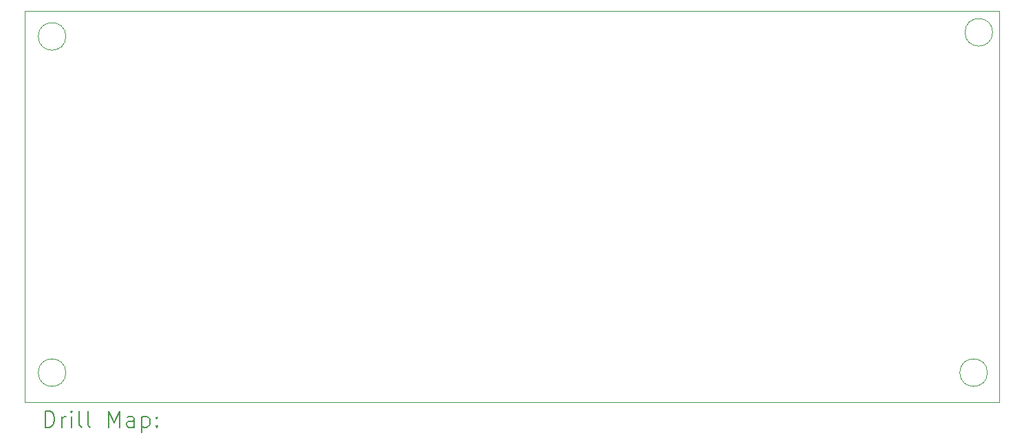
<source format=gbr>
%TF.GenerationSoftware,KiCad,Pcbnew,6.0.10-2.fc37*%
%TF.CreationDate,2023-02-05T13:59:22+01:00*%
%TF.ProjectId,Full schematic,46756c6c-2073-4636-9865-6d617469632e,rev?*%
%TF.SameCoordinates,Original*%
%TF.FileFunction,Drillmap*%
%TF.FilePolarity,Positive*%
%FSLAX45Y45*%
G04 Gerber Fmt 4.5, Leading zero omitted, Abs format (unit mm)*
G04 Created by KiCad (PCBNEW 6.0.10-2.fc37) date 2023-02-05 13:59:22*
%MOMM*%
%LPD*%
G01*
G04 APERTURE LIST*
%ADD10C,0.050000*%
%ADD11C,0.200000*%
G04 APERTURE END LIST*
D10*
X2451100Y-2159000D02*
G75*
G03*
X2451100Y-2159000I-170000J0D01*
G01*
X1943100Y-1841500D02*
X13944600Y-1841500D01*
X13944600Y-1841500D02*
X13944600Y-6667500D01*
X13944600Y-6667500D02*
X1943100Y-6667500D01*
X1943100Y-6667500D02*
X1943100Y-1841500D01*
X13797100Y-6307000D02*
G75*
G03*
X13797100Y-6307000I-170000J0D01*
G01*
X2451100Y-6307000D02*
G75*
G03*
X2451100Y-6307000I-170000J0D01*
G01*
X13860600Y-2108200D02*
G75*
G03*
X13860600Y-2108200I-170000J0D01*
G01*
D11*
X2198219Y-6980476D02*
X2198219Y-6780476D01*
X2245838Y-6780476D01*
X2274410Y-6790000D01*
X2293457Y-6809048D01*
X2302981Y-6828095D01*
X2312505Y-6866190D01*
X2312505Y-6894762D01*
X2302981Y-6932857D01*
X2293457Y-6951905D01*
X2274410Y-6970952D01*
X2245838Y-6980476D01*
X2198219Y-6980476D01*
X2398219Y-6980476D02*
X2398219Y-6847143D01*
X2398219Y-6885238D02*
X2407743Y-6866190D01*
X2417267Y-6856667D01*
X2436314Y-6847143D01*
X2455362Y-6847143D01*
X2522029Y-6980476D02*
X2522029Y-6847143D01*
X2522029Y-6780476D02*
X2512505Y-6790000D01*
X2522029Y-6799524D01*
X2531552Y-6790000D01*
X2522029Y-6780476D01*
X2522029Y-6799524D01*
X2645838Y-6980476D02*
X2626790Y-6970952D01*
X2617267Y-6951905D01*
X2617267Y-6780476D01*
X2750600Y-6980476D02*
X2731552Y-6970952D01*
X2722029Y-6951905D01*
X2722029Y-6780476D01*
X2979171Y-6980476D02*
X2979171Y-6780476D01*
X3045838Y-6923333D01*
X3112505Y-6780476D01*
X3112505Y-6980476D01*
X3293457Y-6980476D02*
X3293457Y-6875714D01*
X3283933Y-6856667D01*
X3264886Y-6847143D01*
X3226790Y-6847143D01*
X3207743Y-6856667D01*
X3293457Y-6970952D02*
X3274409Y-6980476D01*
X3226790Y-6980476D01*
X3207743Y-6970952D01*
X3198219Y-6951905D01*
X3198219Y-6932857D01*
X3207743Y-6913809D01*
X3226790Y-6904286D01*
X3274409Y-6904286D01*
X3293457Y-6894762D01*
X3388695Y-6847143D02*
X3388695Y-7047143D01*
X3388695Y-6856667D02*
X3407743Y-6847143D01*
X3445838Y-6847143D01*
X3464886Y-6856667D01*
X3474409Y-6866190D01*
X3483933Y-6885238D01*
X3483933Y-6942381D01*
X3474409Y-6961428D01*
X3464886Y-6970952D01*
X3445838Y-6980476D01*
X3407743Y-6980476D01*
X3388695Y-6970952D01*
X3569648Y-6961428D02*
X3579171Y-6970952D01*
X3569648Y-6980476D01*
X3560124Y-6970952D01*
X3569648Y-6961428D01*
X3569648Y-6980476D01*
X3569648Y-6856667D02*
X3579171Y-6866190D01*
X3569648Y-6875714D01*
X3560124Y-6866190D01*
X3569648Y-6856667D01*
X3569648Y-6875714D01*
M02*

</source>
